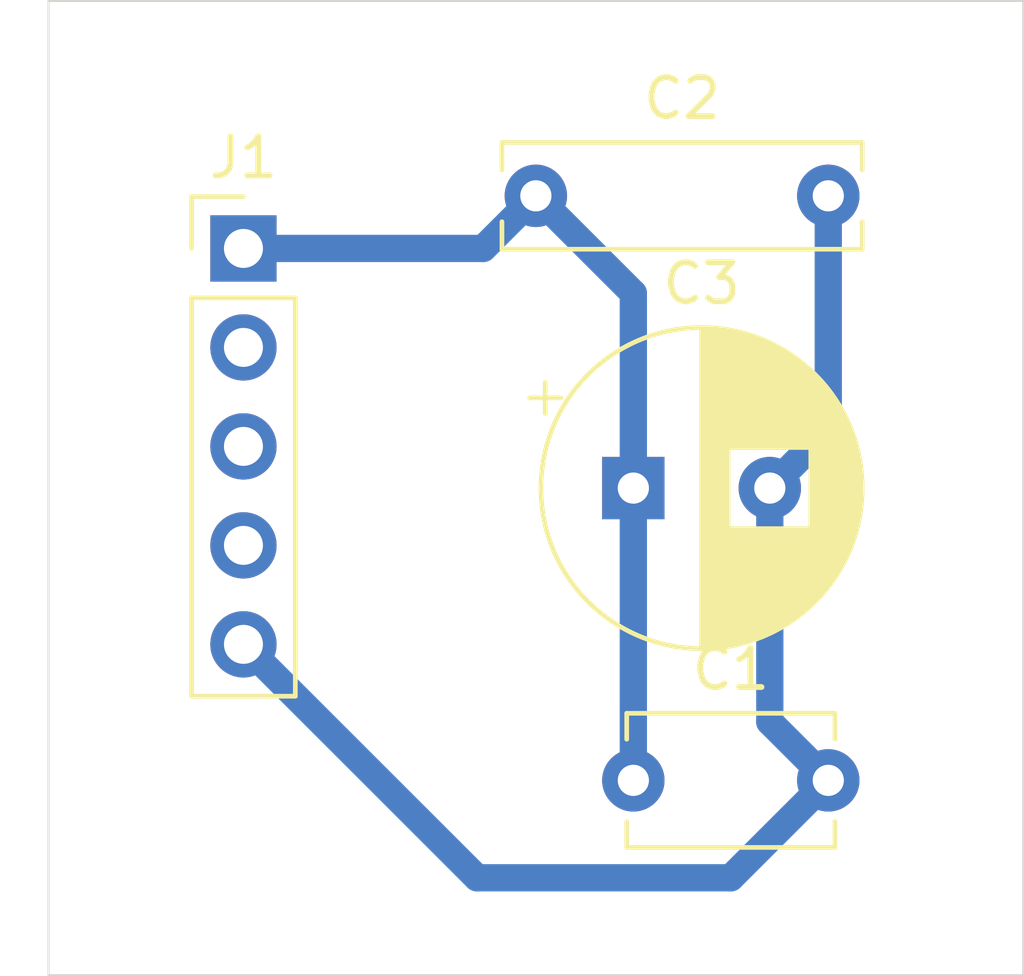
<source format=kicad_pcb>
(kicad_pcb (version 20240108) (generator "pcbnew") (generator_version "8.0")
  (layers (0 "F.Cu" signal) (31 "B.Cu" signal) (34 "B.Paste" user) (35 "F.Paste" user) (36 "B.SilkS" user "B.Silkscreen") (37 "F.SilkS" user "F.Silkscreen") (38 "B.Mask" user) (39 "F.Mask" user) (44 "Edge.Cuts" user))
  (net 0 "")
  (net 1 "Net-(J1-Pin_5)")
  (net 2 "Net-(J1-Pin_1)")
  (footprint "Capacitor_THT:C_Rect_L9.0mm_W2.5mm_P7.50mm_MKT" (layer "F.Cu") (at 125 62.5)
    (property "Reference" "C2" (at 3.75 -2.5 0) (layer "F.SilkS"))
    (property "Value" "C")
    (fp_line (start -0.87 -1.37) (end -0.87 -0.665) (stroke (width 0.12)) (layer "F.SilkS"))
    (fp_line (start -0.87 -1.37) (end 8.37 -1.37) (stroke (width 0.12)) (layer "F.SilkS"))
    (fp_line (start -0.87 0.665) (end -0.87 1.37) (stroke (width 0.12)) (layer "F.SilkS"))
    (fp_line (start -0.87 1.37) (end 8.37 1.37) (stroke (width 0.12)) (layer "F.SilkS"))
    (fp_line (start 8.37 -1.37) (end 8.37 -0.665) (stroke (width 0.12)) (layer "F.SilkS"))
    (fp_line (start 8.37 0.665) (end 8.37 1.37) (stroke (width 0.12)) (layer "F.SilkS"))
    (pad "1" thru_hole circle (at 0 0) (size 1.6 1.6) (drill 0.8) (layers "*.Cu" "*.Mask") (net 2 "Net-(J1-Pin_1)"))
    (pad "2" thru_hole circle (at 7.5 0) (size 1.6 1.6) (drill 0.8) (layers "*.Cu" "*.Mask") (net 1 "Net-(J1-Pin_5)"))
  )
  (footprint "Capacitor_THT:CP_Radial_D8.0mm_P3.50mm" (layer "F.Cu") (at 127.5 70)
    (property "Reference" "C3" (at 1.75 -5.25 0) (layer "F.SilkS"))
    (property "Value" "C")
    (fp_line (start -2.659698 -2.315) (end -1.859698 -2.315) (stroke (width 0.12)) (layer "F.SilkS"))
    (fp_line (start -2.259698 -2.715) (end -2.259698 -1.915) (stroke (width 0.12)) (layer "F.SilkS"))
    (fp_line (start 1.75 -4.08) (end 1.75 4.08) (stroke (width 0.12)) (layer "F.SilkS"))
    (fp_line (start 1.79 -4.08) (end 1.79 4.08) (stroke (width 0.12)) (layer "F.SilkS"))
    (fp_line (start 1.83 -4.08) (end 1.83 4.08) (stroke (width 0.12)) (layer "F.SilkS"))
    (fp_line (start 1.87 -4.079) (end 1.87 4.079) (stroke (width 0.12)) (layer "F.SilkS"))
    (fp_line (start 1.91 -4.077) (end 1.91 4.077) (stroke (width 0.12)) (layer "F.SilkS"))
    (fp_line (start 1.95 -4.076) (end 1.95 4.076) (stroke (width 0.12)) (layer "F.SilkS"))
    (fp_line (start 1.99 -4.074) (end 1.99 4.074) (stroke (width 0.12)) (layer "F.SilkS"))
    (fp_line (start 2.03 -4.071) (end 2.03 4.071) (stroke (width 0.12)) (layer "F.SilkS"))
    (fp_line (start 2.07 -4.068) (end 2.07 4.068) (stroke (width 0.12)) (layer "F.SilkS"))
    (fp_line (start 2.11 -4.065) (end 2.11 4.065) (stroke (width 0.12)) (layer "F.SilkS"))
    (fp_line (start 2.15 -4.061) (end 2.15 4.061) (stroke (width 0.12)) (layer "F.SilkS"))
    (fp_line (start 2.19 -4.057) (end 2.19 4.057) (stroke (width 0.12)) (layer "F.SilkS"))
    (fp_line (start 2.23 -4.052) (end 2.23 4.052) (stroke (width 0.12)) (layer "F.SilkS"))
    (fp_line (start 2.27 -4.048) (end 2.27 4.048) (stroke (width 0.12)) (layer "F.SilkS"))
    (fp_line (start 2.31 -4.042) (end 2.31 4.042) (stroke (width 0.12)) (layer "F.SilkS"))
    (fp_line (start 2.35 -4.037) (end 2.35 4.037) (stroke (width 0.12)) (layer "F.SilkS"))
    (fp_line (start 2.39 -4.03) (end 2.39 4.03) (stroke (width 0.12)) (layer "F.SilkS"))
    (fp_line (start 2.43 -4.024) (end 2.43 4.024) (stroke (width 0.12)) (layer "F.SilkS"))
    (fp_line (start 2.471 -4.017) (end 2.471 -1.04) (stroke (width 0.12)) (layer "F.SilkS"))
    (fp_line (start 2.471 1.04) (end 2.471 4.017) (stroke (width 0.12)) (layer "F.SilkS"))
    (fp_line (start 2.511 -4.01) (end 2.511 -1.04) (stroke (width 0.12)) (layer "F.SilkS"))
    (fp_line (start 2.511 1.04) (end 2.511 4.01) (stroke (width 0.12)) (layer "F.SilkS"))
    (fp_line (start 2.551 -4.002) (end 2.551 -1.04) (stroke (width 0.12)) (layer "F.SilkS"))
    (fp_line (start 2.551 1.04) (end 2.551 4.002) (stroke (width 0.12)) (layer "F.SilkS"))
    (fp_line (start 2.591 -3.994) (end 2.591 -1.04) (stroke (width 0.12)) (layer "F.SilkS"))
    (fp_line (start 2.591 1.04) (end 2.591 3.994) (stroke (width 0.12)) (layer "F.SilkS"))
    (fp_line (start 2.631 -3.985) (end 2.631 -1.04) (stroke (width 0.12)) (layer "F.SilkS"))
    (fp_line (start 2.631 1.04) (end 2.631 3.985) (stroke (width 0.12)) (layer "F.SilkS"))
    (fp_line (start 2.671 -3.976) (end 2.671 -1.04) (stroke (width 0.12)) (layer "F.SilkS"))
    (fp_line (start 2.671 1.04) (end 2.671 3.976) (stroke (width 0.12)) (layer "F.SilkS"))
    (fp_line (start 2.711 -3.967) (end 2.711 -1.04) (stroke (width 0.12)) (layer "F.SilkS"))
    (fp_line (start 2.711 1.04) (end 2.711 3.967) (stroke (width 0.12)) (layer "F.SilkS"))
    (fp_line (start 2.751 -3.957) (end 2.751 -1.04) (stroke (width 0.12)) (layer "F.SilkS"))
    (fp_line (start 2.751 1.04) (end 2.751 3.957) (stroke (width 0.12)) (layer "F.SilkS"))
    (fp_line (start 2.791 -3.947) (end 2.791 -1.04) (stroke (width 0.12)) (layer "F.SilkS"))
    (fp_line (start 2.791 1.04) (end 2.791 3.947) (stroke (width 0.12)) (layer "F.SilkS"))
    (fp_line (start 2.831 -3.936) (end 2.831 -1.04) (stroke (width 0.12)) (layer "F.SilkS"))
    (fp_line (start 2.831 1.04) (end 2.831 3.936) (stroke (width 0.12)) (layer "F.SilkS"))
    (fp_line (start 2.871 -3.925) (end 2.871 -1.04) (stroke (width 0.12)) (layer "F.SilkS"))
    (fp_line (start 2.871 1.04) (end 2.871 3.925) (stroke (width 0.12)) (layer "F.SilkS"))
    (fp_line (start 2.911 -3.914) (end 2.911 -1.04) (stroke (width 0.12)) (layer "F.SilkS"))
    (fp_line (start 2.911 1.04) (end 2.911 3.914) (stroke (width 0.12)) (layer "F.SilkS"))
    (fp_line (start 2.951 -3.902) (end 2.951 -1.04) (stroke (width 0.12)) (layer "F.SilkS"))
    (fp_line (start 2.951 1.04) (end 2.951 3.902) (stroke (width 0.12)) (layer "F.SilkS"))
    (fp_line (start 2.991 -3.889) (end 2.991 -1.04) (stroke (width 0.12)) (layer "F.SilkS"))
    (fp_line (start 2.991 1.04) (end 2.991 3.889) (stroke (width 0.12)) (layer "F.SilkS"))
    (fp_line (start 3.031 -3.877) (end 3.031 -1.04) (stroke (width 0.12)) (layer "F.SilkS"))
    (fp_line (start 3.031 1.04) (end 3.031 3.877) (stroke (width 0.12)) (layer "F.SilkS"))
    (fp_line (start 3.071 -3.863) (end 3.071 -1.04) (stroke (width 0.12)) (layer "F.SilkS"))
    (fp_line (start 3.071 1.04) (end 3.071 3.863) (stroke (width 0.12)) (layer "F.SilkS"))
    (fp_line (start 3.111 -3.85) (end 3.111 -1.04) (stroke (width 0.12)) (layer "F.SilkS"))
    (fp_line (start 3.111 1.04) (end 3.111 3.85) (stroke (width 0.12)) (layer "F.SilkS"))
    (fp_line (start 3.151 -3.835) (end 3.151 -1.04) (stroke (width 0.12)) (layer "F.SilkS"))
    (fp_line (start 3.151 1.04) (end 3.151 3.835) (stroke (width 0.12)) (layer "F.SilkS"))
    (fp_line (start 3.191 -3.821) (end 3.191 -1.04) (stroke (width 0.12)) (layer "F.SilkS"))
    (fp_line (start 3.191 1.04) (end 3.191 3.821) (stroke (width 0.12)) (layer "F.SilkS"))
    (fp_line (start 3.231 -3.805) (end 3.231 -1.04) (stroke (width 0.12)) (layer "F.SilkS"))
    (fp_line (start 3.231 1.04) (end 3.231 3.805) (stroke (width 0.12)) (layer "F.SilkS"))
    (fp_line (start 3.271 -3.79) (end 3.271 -1.04) (stroke (width 0.12)) (layer "F.SilkS"))
    (fp_line (start 3.271 1.04) (end 3.271 3.79) (stroke (width 0.12)) (layer "F.SilkS"))
    (fp_line (start 3.311 -3.774) (end 3.311 -1.04) (stroke (width 0.12)) (layer "F.SilkS"))
    (fp_line (start 3.311 1.04) (end 3.311 3.774) (stroke (width 0.12)) (layer "F.SilkS"))
    (fp_line (start 3.351 -3.757) (end 3.351 -1.04) (stroke (width 0.12)) (layer "F.SilkS"))
    (fp_line (start 3.351 1.04) (end 3.351 3.757) (stroke (width 0.12)) (layer "F.SilkS"))
    (fp_line (start 3.391 -3.74) (end 3.391 -1.04) (stroke (width 0.12)) (layer "F.SilkS"))
    (fp_line (start 3.391 1.04) (end 3.391 3.74) (stroke (width 0.12)) (layer "F.SilkS"))
    (fp_line (start 3.431 -3.722) (end 3.431 -1.04) (stroke (width 0.12)) (layer "F.SilkS"))
    (fp_line (start 3.431 1.04) (end 3.431 3.722) (stroke (width 0.12)) (layer "F.SilkS"))
    (fp_line (start 3.471 -3.704) (end 3.471 -1.04) (stroke (width 0.12)) (layer "F.SilkS"))
    (fp_line (start 3.471 1.04) (end 3.471 3.704) (stroke (width 0.12)) (layer "F.SilkS"))
    (fp_line (start 3.511 -3.686) (end 3.511 -1.04) (stroke (width 0.12)) (layer "F.SilkS"))
    (fp_line (start 3.511 1.04) (end 3.511 3.686) (stroke (width 0.12)) (layer "F.SilkS"))
    (fp_line (start 3.551 -3.666) (end 3.551 -1.04) (stroke (width 0.12)) (layer "F.SilkS"))
    (fp_line (start 3.551 1.04) (end 3.551 3.666) (stroke (width 0.12)) (layer "F.SilkS"))
    (fp_line (start 3.591 -3.647) (end 3.591 -1.04) (stroke (width 0.12)) (layer "F.SilkS"))
    (fp_line (start 3.591 1.04) (end 3.591 3.647) (stroke (width 0.12)) (layer "F.SilkS"))
    (fp_line (start 3.631 -3.627) (end 3.631 -1.04) (stroke (width 0.12)) (layer "F.SilkS"))
    (fp_line (start 3.631 1.04) (end 3.631 3.627) (stroke (width 0.12)) (layer "F.SilkS"))
    (fp_line (start 3.671 -3.606) (end 3.671 -1.04) (stroke (width 0.12)) (layer "F.SilkS"))
    (fp_line (start 3.671 1.04) (end 3.671 3.606) (stroke (width 0.12)) (layer "F.SilkS"))
    (fp_line (start 3.711 -3.584) (end 3.711 -1.04) (stroke (width 0.12)) (layer "F.SilkS"))
    (fp_line (start 3.711 1.04) (end 3.711 3.584) (stroke (width 0.12)) (layer "F.SilkS"))
    (fp_line (start 3.751 -3.562) (end 3.751 -1.04) (stroke (width 0.12)) (layer "F.SilkS"))
    (fp_line (start 3.751 1.04) (end 3.751 3.562) (stroke (width 0.12)) (layer "F.SilkS"))
    (fp_line (start 3.791 -3.54) (end 3.791 -1.04) (stroke (width 0.12)) (layer "F.SilkS"))
    (fp_line (start 3.791 1.04) (end 3.791 3.54) (stroke (width 0.12)) (layer "F.SilkS"))
    (fp_line (start 3.831 -3.517) (end 3.831 -1.04) (stroke (width 0.12)) (layer "F.SilkS"))
    (fp_line (start 3.831 1.04) (end 3.831 3.517) (stroke (width 0.12)) (layer "F.SilkS"))
    (fp_line (start 3.871 -3.493) (end 3.871 -1.04) (stroke (width 0.12)) (layer "F.SilkS"))
    (fp_line (start 3.871 1.04) (end 3.871 3.493) (stroke (width 0.12)) (layer "F.SilkS"))
    (fp_line (start 3.911 -3.469) (end 3.911 -1.04) (stroke (width 0.12)) (layer "F.SilkS"))
    (fp_line (start 3.911 1.04) (end 3.911 3.469) (stroke (width 0.12)) (layer "F.SilkS"))
    (fp_line (start 3.951 -3.444) (end 3.951 -1.04) (stroke (width 0.12)) (layer "F.SilkS"))
    (fp_line (start 3.951 1.04) (end 3.951 3.444) (stroke (width 0.12)) (layer "F.SilkS"))
    (fp_line (start 3.991 -3.418) (end 3.991 -1.04) (stroke (width 0.12)) (layer "F.SilkS"))
    (fp_line (start 3.991 1.04) (end 3.991 3.418) (stroke (width 0.12)) (layer "F.SilkS"))
    (fp_line (start 4.031 -3.392) (end 4.031 -1.04) (stroke (width 0.12)) (layer "F.SilkS"))
    (fp_line (start 4.031 1.04) (end 4.031 3.392) (stroke (width 0.12)) (layer "F.SilkS"))
    (fp_line (start 4.071 -3.365) (end 4.071 -1.04) (stroke (width 0.12)) (layer "F.SilkS"))
    (fp_line (start 4.071 1.04) (end 4.071 3.365) (stroke (width 0.12)) (layer "F.SilkS"))
    (fp_line (start 4.111 -3.338) (end 4.111 -1.04) (stroke (width 0.12)) (layer "F.SilkS"))
    (fp_line (start 4.111 1.04) (end 4.111 3.338) (stroke (width 0.12)) (layer "F.SilkS"))
    (fp_line (start 4.151 -3.309) (end 4.151 -1.04) (stroke (width 0.12)) (layer "F.SilkS"))
    (fp_line (start 4.151 1.04) (end 4.151 3.309) (stroke (width 0.12)) (layer "F.SilkS"))
    (fp_line (start 4.191 -3.28) (end 4.191 -1.04) (stroke (width 0.12)) (layer "F.SilkS"))
    (fp_line (start 4.191 1.04) (end 4.191 3.28) (stroke (width 0.12)) (layer "F.SilkS"))
    (fp_line (start 4.231 -3.25) (end 4.231 -1.04) (stroke (width 0.12)) (layer "F.SilkS"))
    (fp_line (start 4.231 1.04) (end 4.231 3.25) (stroke (width 0.12)) (layer "F.SilkS"))
    (fp_line (start 4.271 -3.22) (end 4.271 -1.04) (stroke (width 0.12)) (layer "F.SilkS"))
    (fp_line (start 4.271 1.04) (end 4.271 3.22) (stroke (width 0.12)) (layer "F.SilkS"))
    (fp_line (start 4.311 -3.189) (end 4.311 -1.04) (stroke (width 0.12)) (layer "F.SilkS"))
    (fp_line (start 4.311 1.04) (end 4.311 3.189) (stroke (width 0.12)) (layer "F.SilkS"))
    (fp_line (start 4.351 -3.156) (end 4.351 -1.04) (stroke (width 0.12)) (layer "F.SilkS"))
    (fp_line (start 4.351 1.04) (end 4.351 3.156) (stroke (width 0.12)) (layer "F.SilkS"))
    (fp_line (start 4.391 -3.124) (end 4.391 -1.04) (stroke (width 0.12)) (layer "F.SilkS"))
    (fp_line (start 4.391 1.04) (end 4.391 3.124) (stroke (width 0.12)) (layer "F.SilkS"))
    (fp_line (start 4.431 -3.09) (end 4.431 -1.04) (stroke (width 0.12)) (layer "F.SilkS"))
    (fp_line (start 4.431 1.04) (end 4.431 3.09) (stroke (width 0.12)) (layer "F.SilkS"))
    (fp_line (start 4.471 -3.055) (end 4.471 -1.04) (stroke (width 0.12)) (layer "F.SilkS"))
    (fp_line (start 4.471 1.04) (end 4.471 3.055) (stroke (width 0.12)) (layer "F.SilkS"))
    (fp_line (start 4.511 -3.019) (end 4.511 -1.04) (stroke (width 0.12)) (layer "F.SilkS"))
    (fp_line (start 4.511 1.04) (end 4.511 3.019) (stroke (width 0.12)) (layer "F.SilkS"))
    (fp_line (start 4.551 -2.983) (end 4.551 2.983) (stroke (width 0.12)) (layer "F.SilkS"))
    (fp_line (start 4.591 -2.945) (end 4.591 2.945) (stroke (width 0.12)) (layer "F.SilkS"))
    (fp_line (start 4.631 -2.907) (end 4.631 2.907) (stroke (width 0.12)) (layer "F.SilkS"))
    (fp_line (start 4.671 -2.867) (end 4.671 2.867) (stroke (width 0.12)) (layer "F.SilkS"))
    (fp_line (start 4.711 -2.826) (end 4.711 2.826) (stroke (width 0.12)) (layer "F.SilkS"))
    (fp_line (start 4.751 -2.784) (end 4.751 2.784) (stroke (width 0.12)) (layer "F.SilkS"))
    (fp_line (start 4.791 -2.741) (end 4.791 2.741) (stroke (width 0.12)) (layer "F.SilkS"))
    (fp_line (start 4.831 -2.697) (end 4.831 2.697) (stroke (width 0.12)) (layer "F.SilkS"))
    (fp_line (start 4.871 -2.651) (end 4.871 2.651) (stroke (width 0.12)) (layer "F.SilkS"))
    (fp_line (start 4.911 -2.604) (end 4.911 2.604) (stroke (width 0.12)) (layer "F.SilkS"))
    (fp_line (start 4.951 -2.556) (end 4.951 2.556) (stroke (width 0.12)) (layer "F.SilkS"))
    (fp_line (start 4.991 -2.505) (end 4.991 2.505) (stroke (width 0.12)) (layer "F.SilkS"))
    (fp_line (start 5.031 -2.454) (end 5.031 2.454) (stroke (width 0.12)) (layer "F.SilkS"))
    (fp_line (start 5.071 -2.4) (end 5.071 2.4) (stroke (width 0.12)) (layer "F.SilkS"))
    (fp_line (start 5.111 -2.345) (end 5.111 2.345) (stroke (width 0.12)) (layer "F.SilkS"))
    (fp_line (start 5.151 -2.287) (end 5.151 2.287) (stroke (width 0.12)) (layer "F.SilkS"))
    (fp_line (start 5.191 -2.228) (end 5.191 2.228) (stroke (width 0.12)) (layer "F.SilkS"))
    (fp_line (start 5.231 -2.166) (end 5.231 2.166) (stroke (width 0.12)) (layer "F.SilkS"))
    (fp_line (start 5.271 -2.102) (end 5.271 2.102) (stroke (width 0.12)) (layer "F.SilkS"))
    (fp_line (start 5.311 -2.034) (end 5.311 2.034) (stroke (width 0.12)) (layer "F.SilkS"))
    (fp_line (start 5.351 -1.964) (end 5.351 1.964) (stroke (width 0.12)) (layer "F.SilkS"))
    (fp_line (start 5.391 -1.89) (end 5.391 1.89) (stroke (width 0.12)) (layer "F.SilkS"))
    (fp_line (start 5.431 -1.813) (end 5.431 1.813) (stroke (width 0.12)) (layer "F.SilkS"))
    (fp_line (start 5.471 -1.731) (end 5.471 1.731) (stroke (width 0.12)) (layer "F.SilkS"))
    (fp_line (start 5.511 -1.645) (end 5.511 1.645) (stroke (width 0.12)) (layer "F.SilkS"))
    (fp_line (start 5.551 -1.552) (end 5.551 1.552) (stroke (width 0.12)) (layer "F.SilkS"))
    (fp_line (start 5.591 -1.453) (end 5.591 1.453) (stroke (width 0.12)) (layer "F.SilkS"))
    (fp_line (start 5.631 -1.346) (end 5.631 1.346) (stroke (width 0.12)) (layer "F.SilkS"))
    (fp_line (start 5.671 -1.229) (end 5.671 1.229) (stroke (width 0.12)) (layer "F.SilkS"))
    (fp_line (start 5.711 -1.098) (end 5.711 1.098) (stroke (width 0.12)) (layer "F.SilkS"))
    (fp_line (start 5.751 -0.948) (end 5.751 0.948) (stroke (width 0.12)) (layer "F.SilkS"))
    (fp_line (start 5.791 -0.768) (end 5.791 0.768) (stroke (width 0.12)) (layer "F.SilkS"))
    (fp_line (start 5.831 -0.533) (end 5.831 0.533) (stroke (width 0.12)) (layer "F.SilkS"))
    (fp_circle (center 1.75 0) (end 5.87 0) (stroke (width 0.12)) (fill none) (layer "F.SilkS"))
    (pad "1" thru_hole rect (at 0 0) (size 1.6 1.6) (drill 0.8) (layers "*.Cu" "*.Mask") (net 2 "Net-(J1-Pin_1)"))
    (pad "2" thru_hole circle (at 3.5 0) (size 1.6 1.6) (drill 0.8) (layers "*.Cu" "*.Mask") (net 1 "Net-(J1-Pin_5)"))
  )
  (footprint "Connector_PinHeader_2.54mm:PinHeader_1x05_P2.54mm_Vertical" (layer "F.Cu") (at 117.5 63.85)
    (property "Reference" "J1" (at 0 -2.33 0) (layer "F.SilkS"))
    (property "Value" "Conn_01x05_Pin")
    (fp_line (start -1.33 -1.33) (end 0 -1.33) (stroke (width 0.12)) (layer "F.SilkS"))
    (fp_line (start -1.33 0) (end -1.33 -1.33) (stroke (width 0.12)) (layer "F.SilkS"))
    (fp_line (start -1.33 1.27) (end -1.33 11.49) (stroke (width 0.12)) (layer "F.SilkS"))
    (fp_line (start -1.33 1.27) (end 1.33 1.27) (stroke (width 0.12)) (layer "F.SilkS"))
    (fp_line (start -1.33 11.49) (end 1.33 11.49) (stroke (width 0.12)) (layer "F.SilkS"))
    (fp_line (start 1.33 1.27) (end 1.33 11.49) (stroke (width 0.12)) (layer "F.SilkS"))
    (pad "1" thru_hole rect (at 0 0) (size 1.7 1.7) (drill 1) (layers "*.Cu" "*.Mask") (net 2 "Net-(J1-Pin_1)"))
    (pad "2" thru_hole oval (at 0 2.54) (size 1.7 1.7) (drill 1) (layers "*.Cu" "*.Mask"))
    (pad "3" thru_hole oval (at 0 5.08) (size 1.7 1.7) (drill 1) (layers "*.Cu" "*.Mask"))
    (pad "4" thru_hole oval (at 0 7.62) (size 1.7 1.7) (drill 1) (layers "*.Cu" "*.Mask"))
    (pad "5" thru_hole oval (at 0 10.16) (size 1.7 1.7) (drill 1) (layers "*.Cu" "*.Mask") (net 1 "Net-(J1-Pin_5)"))
  )
  (footprint "Capacitor_THT:C_Disc_D5.1mm_W3.2mm_P5.00mm" (layer "F.Cu") (at 127.5 77.5)
    (property "Reference" "C1" (at 2.5 -2.85 0) (layer "F.SilkS"))
    (property "Value" "C")
    (fp_line (start -0.17 -1.721) (end -0.17 -1.055) (stroke (width 0.12)) (layer "F.SilkS"))
    (fp_line (start -0.17 -1.721) (end 5.17 -1.721) (stroke (width 0.12)) (layer "F.SilkS"))
    (fp_line (start -0.17 1.055) (end -0.17 1.721) (stroke (width 0.12)) (layer "F.SilkS"))
    (fp_line (start -0.17 1.721) (end 5.17 1.721) (stroke (width 0.12)) (layer "F.SilkS"))
    (fp_line (start 5.17 -1.721) (end 5.17 -1.055) (stroke (width 0.12)) (layer "F.SilkS"))
    (fp_line (start 5.17 1.055) (end 5.17 1.721) (stroke (width 0.12)) (layer "F.SilkS"))
    (pad "1" thru_hole circle (at 0 0) (size 1.6 1.6) (drill 0.8) (layers "*.Cu" "*.Mask") (net 2 "Net-(J1-Pin_1)"))
    (pad "2" thru_hole circle (at 5 0) (size 1.6 1.6) (drill 0.8) (layers "*.Cu" "*.Mask") (net 1 "Net-(J1-Pin_5)"))
  )
  (gr_rect (start 112.5 57.5) (end 137.5 82.5) (stroke (width 0.05)) (fill none) (layer "Edge.Cuts"))
  (segment (start 131 70) (end 131 76) (width 0.7) (layer "B.Cu") (net 1))
  (segment (start 123.49 80) (end 117.5 74.01) (width 0.7) (layer "B.Cu") (net 1))
  (segment (start 131 76) (end 132.5 77.5) (width 0.7) (layer "B.Cu") (net 1))
  (segment (start 130 80) (end 123.49 80) (width 0.7) (layer "B.Cu") (net 1))
  (segment (start 132.5 68.5) (end 131 70) (width 0.7) (layer "B.Cu") (net 1))
  (segment (start 132.5 62.5) (end 132.5 68.5) (width 0.7) (layer "B.Cu") (net 1))
  (segment (start 132.5 77.5) (end 130 80) (width 0.7) (layer "B.Cu") (net 1))
  (segment (start 127.5 70) (end 127.5 65) (width 0.7) (layer "B.Cu") (net 2))
  (segment (start 123.65 63.85) (end 125 62.5) (width 0.7) (layer "B.Cu") (net 2))
  (segment (start 127.5 65) (end 125 62.5) (width 0.7) (layer "B.Cu") (net 2))
  (segment (start 117.5 63.85) (end 123.65 63.85) (width 0.7) (layer "B.Cu") (net 2))
  (segment (start 127.5 77.5) (end 127.5 70) (width 0.7) (layer "B.Cu") (net 2))
)
</source>
